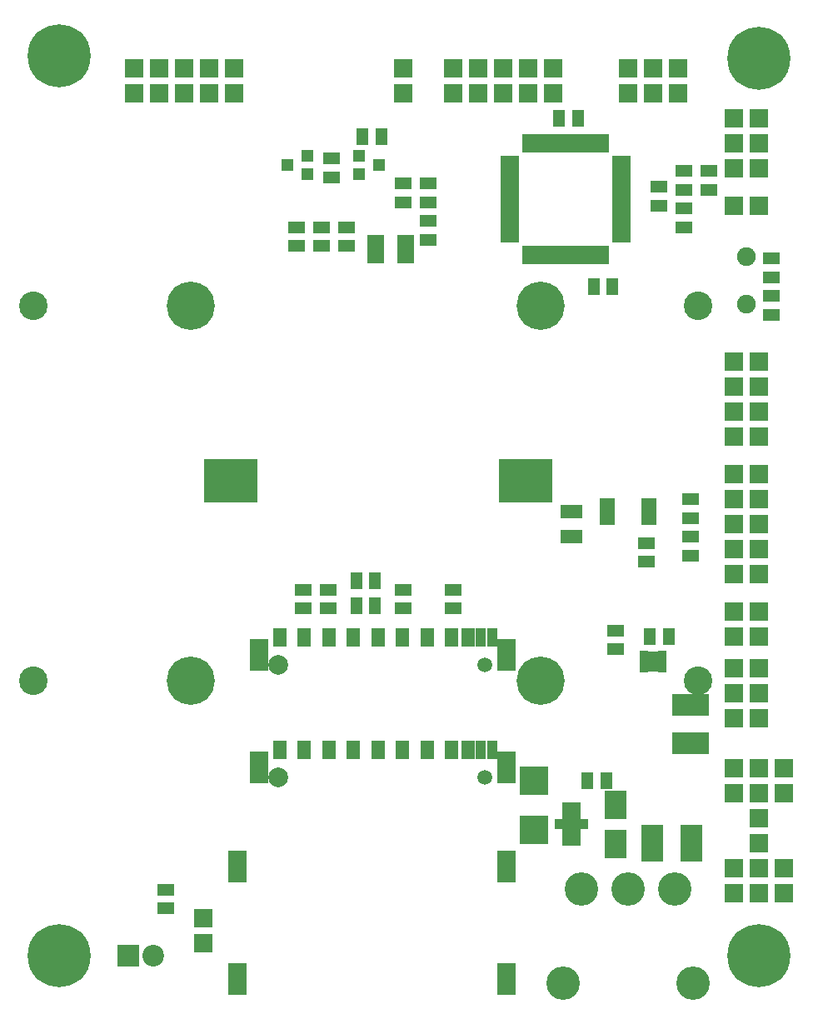
<source format=gbr>
G04 #@! TF.GenerationSoftware,KiCad,Pcbnew,(2018-02-10 revision a04965c36)-makepkg*
G04 #@! TF.CreationDate,2018-07-08T18:54:54+02:00*
G04 #@! TF.ProjectId,DATALOGGER01A,444154414C4F474745523031412E6B69,REV*
G04 #@! TF.SameCoordinates,Original*
G04 #@! TF.FileFunction,Soldermask,Bot*
G04 #@! TF.FilePolarity,Negative*
%FSLAX46Y46*%
G04 Gerber Fmt 4.6, Leading zero omitted, Abs format (unit mm)*
G04 Created by KiCad (PCBNEW (2018-02-10 revision a04965c36)-makepkg) date 07/08/18 18:54:54*
%MOMM*%
%LPD*%
G01*
G04 APERTURE LIST*
%ADD10C,4.900000*%
%ADD11C,2.900000*%
%ADD12R,1.400000X1.900000*%
%ADD13R,1.100000X1.900000*%
%ADD14C,2.000000*%
%ADD15C,1.500000*%
%ADD16R,1.900000X3.200000*%
%ADD17R,1.900000X0.950000*%
%ADD18R,0.950000X1.900000*%
%ADD19R,1.797000X1.289000*%
%ADD20R,1.289000X1.797000*%
%ADD21R,2.899360X2.950160*%
%ADD22R,1.900000X1.700000*%
%ADD23R,3.400000X1.100000*%
%ADD24R,2.200860X2.899360*%
%ADD25R,2.300000X3.800000*%
%ADD26R,1.924000X1.924000*%
%ADD27C,6.400000*%
%ADD28R,0.900000X0.650000*%
%ADD29R,1.300000X2.000000*%
%ADD30R,1.500000X0.650000*%
%ADD31C,1.901140*%
%ADD32R,2.200000X1.400000*%
%ADD33R,1.300000X1.200000*%
%ADD34C,3.400000*%
%ADD35C,2.200000*%
%ADD36R,2.200000X2.200000*%
%ADD37R,1.670000X2.940000*%
%ADD38R,3.800000X2.300000*%
%ADD39R,5.400000X4.400000*%
G04 APERTURE END LIST*
D10*
X18395000Y71120000D03*
X53995000Y71120000D03*
D11*
X2445000Y71120000D03*
X69945000Y71120000D03*
D12*
X29955000Y25945000D03*
X32455000Y25945000D03*
X34955000Y25945000D03*
X37455000Y25945000D03*
X39955000Y25945000D03*
X42455000Y25945000D03*
X44885000Y25945000D03*
X46585000Y25945000D03*
X27455000Y25945000D03*
D13*
X47885000Y25945000D03*
X49085000Y25945000D03*
D14*
X27330000Y23145000D03*
D15*
X48330000Y23145000D03*
D16*
X25380000Y24145000D03*
X23180000Y2645000D03*
X50480000Y2645000D03*
X50480000Y24145000D03*
D17*
X62215000Y85915000D03*
X62215000Y85115000D03*
X62215000Y84315000D03*
X62215000Y83515000D03*
X62215000Y82715000D03*
X62215000Y81915000D03*
X62215000Y81115000D03*
X62215000Y80315000D03*
X62215000Y79515000D03*
X62215000Y78715000D03*
X62215000Y77915000D03*
D18*
X60515000Y76215000D03*
X59715000Y76215000D03*
X58915000Y76215000D03*
X58115000Y76215000D03*
X57315000Y76215000D03*
X56515000Y76215000D03*
X55715000Y76215000D03*
X54915000Y76215000D03*
X54115000Y76215000D03*
X53315000Y76215000D03*
X52515000Y76215000D03*
D17*
X50815000Y77915000D03*
X50815000Y78715000D03*
X50815000Y79515000D03*
X50815000Y80315000D03*
X50815000Y81115000D03*
X50815000Y81915000D03*
X50815000Y82715000D03*
X50815000Y83515000D03*
X50815000Y84315000D03*
X50815000Y85115000D03*
X50815000Y85915000D03*
D18*
X52515000Y87615000D03*
X53315000Y87615000D03*
X54115000Y87615000D03*
X54915000Y87615000D03*
X55715000Y87615000D03*
X56515000Y87615000D03*
X57315000Y87615000D03*
X58115000Y87615000D03*
X58915000Y87615000D03*
X59715000Y87615000D03*
X60515000Y87615000D03*
D10*
X18395000Y33020000D03*
X53995000Y33020000D03*
D11*
X2445000Y33020000D03*
X69945000Y33020000D03*
D19*
X68580000Y84772500D03*
X68580000Y82867500D03*
X69215000Y47625000D03*
X69215000Y45720000D03*
X29210000Y77152500D03*
X29210000Y79057500D03*
X31750000Y79057500D03*
X31750000Y77152500D03*
X34290000Y77152500D03*
X34290000Y79057500D03*
D20*
X37782500Y88265000D03*
X35877500Y88265000D03*
D19*
X77470000Y73977500D03*
X77470000Y75882500D03*
X42545000Y77787500D03*
X42545000Y79692500D03*
X61595000Y36195000D03*
X61595000Y38100000D03*
X77470000Y72072500D03*
X77470000Y70167500D03*
D21*
X53340000Y22844760D03*
X53340000Y17795240D03*
D22*
X57150000Y17065000D03*
D23*
X57150000Y18415000D03*
D22*
X57150000Y19765000D03*
D20*
X35242500Y43180000D03*
X37147500Y43180000D03*
X66992500Y37465000D03*
X65087500Y37465000D03*
X60642500Y22860000D03*
X58737500Y22860000D03*
D19*
X40005000Y81597500D03*
X40005000Y83502500D03*
D20*
X37147500Y40640000D03*
X35242500Y40640000D03*
D19*
X71120000Y82867500D03*
X71120000Y84772500D03*
X42545000Y83502500D03*
X42545000Y81597500D03*
X64770000Y45085000D03*
X64770000Y46990000D03*
D24*
X61595000Y16416020D03*
X61595000Y20413980D03*
D25*
X65360000Y16510000D03*
X69260000Y16510000D03*
D26*
X73660000Y43815000D03*
X76200000Y43815000D03*
X76200000Y51435000D03*
X73660000Y51435000D03*
X76200000Y48895000D03*
X73660000Y48895000D03*
X73660000Y46355000D03*
X76200000Y46355000D03*
X76200000Y53975000D03*
X73660000Y53975000D03*
X78740000Y24130000D03*
X78740000Y21590000D03*
X76200000Y24130000D03*
X76200000Y21590000D03*
X73660000Y24130000D03*
X73660000Y21590000D03*
D12*
X29955000Y37375000D03*
X32455000Y37375000D03*
X34955000Y37375000D03*
X37455000Y37375000D03*
X39955000Y37375000D03*
X42455000Y37375000D03*
X44885000Y37375000D03*
X46585000Y37375000D03*
X27455000Y37375000D03*
D13*
X47885000Y37375000D03*
X49085000Y37375000D03*
D14*
X27330000Y34575000D03*
D15*
X48330000Y34575000D03*
D16*
X25380000Y35575000D03*
X23180000Y14075000D03*
X50480000Y14075000D03*
X50480000Y35575000D03*
D26*
X76200000Y81280000D03*
X73660000Y81280000D03*
X40005000Y95250000D03*
X40005000Y92710000D03*
X76200000Y29210000D03*
X73660000Y29210000D03*
X76200000Y31750000D03*
X73660000Y31750000D03*
X76200000Y34290000D03*
X73660000Y34290000D03*
X19685000Y8890000D03*
X19685000Y6350000D03*
X12700000Y92710000D03*
X12700000Y95250000D03*
X15240000Y92710000D03*
X15240000Y95250000D03*
X17780000Y95250000D03*
X17780000Y92710000D03*
X20320000Y92710000D03*
X20320000Y95250000D03*
X22860000Y95250000D03*
X22860000Y92710000D03*
X73660000Y65405000D03*
X76200000Y65405000D03*
X76200000Y62865000D03*
X73660000Y62865000D03*
X73660000Y60325000D03*
X76200000Y60325000D03*
X76200000Y57785000D03*
X73660000Y57785000D03*
X76200000Y37465000D03*
X73660000Y37465000D03*
X47625000Y92710000D03*
X47625000Y95250000D03*
X45085000Y95250000D03*
X45085000Y92710000D03*
X50165000Y92710000D03*
X50165000Y95250000D03*
X52705000Y95250000D03*
X52705000Y92710000D03*
X55245000Y92710000D03*
X55245000Y95250000D03*
X65405000Y92710000D03*
X65405000Y95250000D03*
X67945000Y95250000D03*
X67945000Y92710000D03*
X62865000Y95250000D03*
X62865000Y92710000D03*
X76200000Y40005000D03*
X73660000Y40005000D03*
X76200000Y85090000D03*
X73660000Y85090000D03*
X76200000Y87630000D03*
X73660000Y87630000D03*
X76200000Y90170000D03*
X73660000Y90170000D03*
D27*
X76200000Y5080000D03*
X5080000Y96520000D03*
D19*
X29845000Y40322500D03*
X29845000Y42227500D03*
X32385000Y42227500D03*
X32385000Y40322500D03*
X40005000Y42227500D03*
X40005000Y40322500D03*
X45085000Y40322500D03*
X45085000Y42227500D03*
X32702500Y86042500D03*
X32702500Y84137500D03*
X69215000Y51435000D03*
X69215000Y49530000D03*
X68580000Y79057500D03*
X68580000Y80962500D03*
X15875000Y9842500D03*
X15875000Y11747500D03*
D28*
X64455000Y35175000D03*
X66355000Y34675000D03*
X66355000Y34175000D03*
D29*
X65405000Y34925000D03*
D28*
X64455000Y34175000D03*
X64455000Y34675000D03*
X64455000Y35675000D03*
X66355000Y35675000D03*
X66355000Y35175000D03*
D30*
X60715000Y49165000D03*
X60715000Y49665000D03*
X60715000Y50165000D03*
X60715000Y50665000D03*
X60715000Y51165000D03*
X65015000Y51165000D03*
X65015000Y50665000D03*
X65015000Y50165000D03*
X65015000Y49665000D03*
X65015000Y49165000D03*
D31*
X74930000Y76100940D03*
X74930000Y71219060D03*
D32*
X57150000Y50165000D03*
X57150000Y47665000D03*
D33*
X35512500Y84457500D03*
X35512500Y86357500D03*
X37512500Y85407500D03*
X30257500Y86357500D03*
X30257500Y84457500D03*
X28257500Y85407500D03*
D34*
X67565000Y11816000D03*
X62865000Y11816000D03*
X58165000Y11816000D03*
X69470000Y2286000D03*
X56260000Y2286000D03*
D35*
X14605000Y5080000D03*
D36*
X12065000Y5080000D03*
D37*
X37211000Y76835000D03*
X40259000Y76835000D03*
D27*
X5080000Y5080000D03*
X76200000Y96200000D03*
D20*
X57785000Y90170000D03*
X55880000Y90170000D03*
X59372500Y73025000D03*
X61277500Y73025000D03*
D19*
X66040000Y83185000D03*
X66040000Y81280000D03*
D38*
X69215000Y26625000D03*
X69215000Y30525000D03*
D26*
X76200000Y16510000D03*
X76200000Y19050000D03*
X73660000Y11430000D03*
X73660000Y13970000D03*
X76200000Y11430000D03*
X76200000Y13970000D03*
X78740000Y11430000D03*
X78740000Y13970000D03*
D39*
X52465000Y53340000D03*
X22465000Y53340000D03*
M02*

</source>
